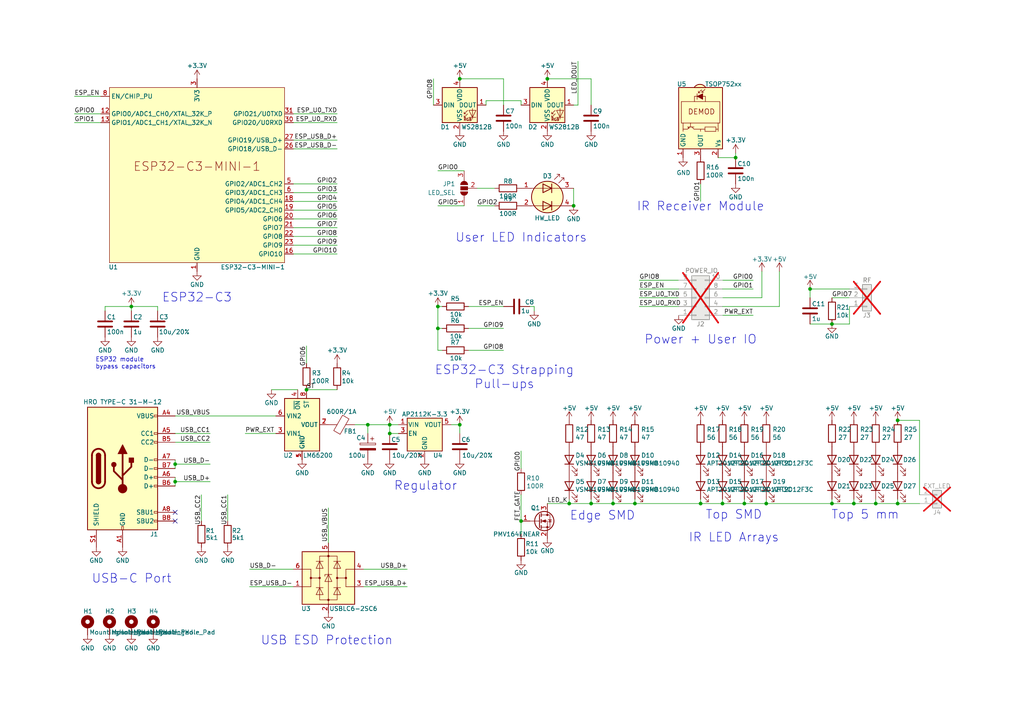
<source format=kicad_sch>
(kicad_sch (version 20231120) (generator "eeschema") (generator_version "8.0")
  (paper "A4")
  (junction (at 184.15 146.05))
  (junction (at 106.68 123.19))
  (junction (at 213.36 45.72))
  (junction (at 133.35 22.86))
  (junction (at 127 88.9))
  (junction (at 50.8 134.62))
  (junction (at 177.8 146.05))
  (junction (at 209.55 146.05))
  (junction (at 133.35 123.19))
  (junction (at 113.03 123.19))
  (junction (at 50.8 139.7))
  (junction (at 88.9 113.03))
  (junction (at 203.2 146.05))
  (junction (at 171.45 146.05))
  (junction (at 254 146.05))
  (junction (at 234.95 83.82))
  (junction (at 113.03 125.73))
  (junction (at 222.25 146.05))
  (junction (at 247.65 146.05))
  (junction (at 151.13 151.13))
  (junction (at 260.35 121.92))
  (junction (at 38.1 88.9))
  (junction (at 158.75 22.86))
  (junction (at 166.37 59.69))
  (junction (at 241.3 146.05))
  (junction (at 241.3 93.98))
  (junction (at 165.1 146.05))
  (junction (at 215.9 146.05))
  (junction (at 260.35 146.05))
  (junction (at 127 95.25))
  (no_connect (at 50.8 148.59))
  (no_connect (at 50.8 151.13))
  (wire (pts (xy 130.81 123.19) (xy 133.35 123.19)))
  (wire (pts (xy 115.57 123.19) (xy 113.03 123.19)))
  (wire (pts (xy 113.03 123.19) (xy 113.03 125.73)))
  (wire (pts (xy 125.73 22.86) (xy 125.73 30.48)))
  (wire (pts (xy 127 95.25) (xy 128.27 95.25)))
  (wire (pts (xy 85.09 40.64) (xy 97.79 40.64)))
  (wire (pts (xy 220.98 78.74) (xy 220.98 86.36)))
  (wire (pts (xy 133.35 123.19) (xy 133.35 125.73)))
  (wire (pts (xy 21.59 33.02) (xy 29.21 33.02)))
  (wire (pts (xy 151.13 143.51) (xy 151.13 151.13)))
  (wire (pts (xy 166.37 54.61) (xy 166.37 59.69)))
  (wire (pts (xy 85.09 33.02) (xy 97.79 33.02)))
  (wire (pts (xy 151.13 151.13) (xy 151.13 154.94)))
  (wire (pts (xy 260.35 146.05) (xy 254 146.05)))
  (wire (pts (xy 247.65 144.78) (xy 247.65 146.05)))
  (wire (pts (xy 50.8 133.35) (xy 50.8 134.62)))
  (wire (pts (xy 85.09 53.34) (xy 97.79 53.34)))
  (wire (pts (xy 50.8 120.65) (xy 80.01 120.65)))
  (wire (pts (xy 151.13 130.81) (xy 151.13 135.89)))
  (wire (pts (xy 260.35 146.05) (xy 266.7 146.05)))
  (wire (pts (xy 85.09 71.12) (xy 97.79 71.12)))
  (wire (pts (xy 171.45 30.48) (xy 171.45 22.86)))
  (wire (pts (xy 127 49.53) (xy 134.62 49.53)))
  (wire (pts (xy 85.09 66.04) (xy 97.79 66.04)))
  (wire (pts (xy 177.8 144.78) (xy 177.8 146.05)))
  (wire (pts (xy 50.8 128.27) (xy 60.96 128.27)))
  (wire (pts (xy 158.75 146.05) (xy 165.1 146.05)))
  (wire (pts (xy 209.55 83.82) (xy 218.44 83.82)))
  (wire (pts (xy 85.09 43.18) (xy 97.79 43.18)))
  (wire (pts (xy 222.25 146.05) (xy 241.3 146.05)))
  (wire (pts (xy 135.89 88.9) (xy 146.05 88.9)))
  (wire (pts (xy 140.97 29.21) (xy 151.13 29.21)))
  (wire (pts (xy 209.55 88.9) (xy 226.06 88.9)))
  (wire (pts (xy 184.15 144.78) (xy 184.15 146.05)))
  (wire (pts (xy 50.8 134.62) (xy 60.96 134.62)))
  (wire (pts (xy 88.9 113.03) (xy 97.79 113.03)))
  (wire (pts (xy 177.8 146.05) (xy 171.45 146.05)))
  (wire (pts (xy 85.09 68.58) (xy 97.79 68.58)))
  (wire (pts (xy 50.8 138.43) (xy 50.8 139.7)))
  (wire (pts (xy 254 144.78) (xy 254 146.05)))
  (wire (pts (xy 50.8 139.7) (xy 50.8 140.97)))
  (wire (pts (xy 208.28 45.72) (xy 213.36 45.72)))
  (wire (pts (xy 241.3 144.78) (xy 241.3 146.05)))
  (wire (pts (xy 234.95 93.98) (xy 241.3 93.98)))
  (wire (pts (xy 113.03 125.73) (xy 115.57 125.73)))
  (wire (pts (xy 151.13 29.21) (xy 151.13 30.48)))
  (wire (pts (xy 72.39 170.18) (xy 85.09 170.18)))
  (wire (pts (xy 50.8 139.7) (xy 60.96 139.7)))
  (wire (pts (xy 254 146.05) (xy 247.65 146.05)))
  (wire (pts (xy 167.6399 30.48) (xy 167.6399 17.78)))
  (wire (pts (xy 71.12 125.73) (xy 80.01 125.73)))
  (wire (pts (xy 246.38 83.82) (xy 234.95 83.82)))
  (wire (pts (xy 138.43 59.69) (xy 143.51 59.69)))
  (wire (pts (xy 226.06 78.74) (xy 226.06 88.9)))
  (wire (pts (xy 209.55 146.05) (xy 203.2 146.05)))
  (wire (pts (xy 85.09 63.5) (xy 97.79 63.5)))
  (wire (pts (xy 166.37 30.48) (xy 167.6399 30.48)))
  (wire (pts (xy 184.15 146.05) (xy 177.8 146.05)))
  (wire (pts (xy 45.72 90.17) (xy 45.72 88.9)))
  (wire (pts (xy 127 59.69) (xy 134.62 59.69)))
  (wire (pts (xy 105.41 165.1) (xy 118.11 165.1)))
  (wire (pts (xy 85.09 35.56) (xy 97.79 35.56)))
  (wire (pts (xy 106.68 123.19) (xy 102.87 123.19)))
  (wire (pts (xy 266.7 121.92) (xy 260.35 121.92)))
  (wire (pts (xy 171.45 146.05) (xy 165.1 146.05)))
  (wire (pts (xy 146.05 30.48) (xy 146.05 22.86)))
  (wire (pts (xy 21.59 35.56) (xy 29.21 35.56)))
  (wire (pts (xy 266.7 143.51) (xy 266.7 121.92)))
  (wire (pts (xy 247.65 146.05) (xy 241.3 146.05)))
  (wire (pts (xy 135.89 101.6) (xy 146.05 101.6)))
  (wire (pts (xy 66.04 143.51) (xy 66.04 151.13)))
  (wire (pts (xy 185.42 88.9) (xy 196.85 88.9)))
  (wire (pts (xy 203.2 144.78) (xy 203.2 146.05)))
  (wire (pts (xy 209.55 86.36) (xy 220.98 86.36)))
  (wire (pts (xy 135.89 95.25) (xy 146.05 95.25)))
  (wire (pts (xy 95.25 147.32) (xy 95.25 157.48)))
  (wire (pts (xy 215.9 144.78) (xy 215.9 146.05)))
  (wire (pts (xy 127 101.6) (xy 128.27 101.6)))
  (wire (pts (xy 203.2 53.34) (xy 203.2 58.42)))
  (wire (pts (xy 241.3 86.36) (xy 246.38 86.36)))
  (wire (pts (xy 222.25 144.78) (xy 222.25 146.05)))
  (wire (pts (xy 50.8 134.62) (xy 50.8 135.89)))
  (wire (pts (xy 105.41 170.18) (xy 118.11 170.18)))
  (wire (pts (xy 154.94 90.17) (xy 154.94 88.9)))
  (wire (pts (xy 215.9 146.05) (xy 209.55 146.05)))
  (wire (pts (xy 72.39 165.1) (xy 85.09 165.1)))
  (wire (pts (xy 138.43 54.61) (xy 143.51 54.61)))
  (wire (pts (xy 127 101.6) (xy 127 95.25)))
  (wire (pts (xy 146.05 22.86) (xy 133.35 22.86)))
  (wire (pts (xy 106.68 125.73) (xy 106.68 123.19)))
  (wire (pts (xy 246.38 93.98) (xy 241.3 93.98)))
  (wire (pts (xy 213.36 45.72) (xy 213.36 44.45)))
  (wire (pts (xy 85.09 58.42) (xy 97.79 58.42)))
  (wire (pts (xy 85.09 55.88) (xy 97.79 55.88)))
  (wire (pts (xy 58.42 143.51) (xy 58.42 151.13)))
  (wire (pts (xy 154.94 88.9) (xy 153.67 88.9)))
  (wire (pts (xy 171.45 22.86) (xy 158.75 22.86)))
  (wire (pts (xy 127 88.9) (xy 128.27 88.9)))
  (wire (pts (xy 184.15 146.05) (xy 203.2 146.05)))
  (wire (pts (xy 88.9 100.33) (xy 88.9 105.41)))
  (wire (pts (xy 185.42 81.28) (xy 196.85 81.28)))
  (wire (pts (xy 38.1 88.9) (xy 30.48 88.9)))
  (wire (pts (xy 85.09 60.96) (xy 97.79 60.96)))
  (wire (pts (xy 209.55 91.44) (xy 218.44 91.44)))
  (wire (pts (xy 222.25 146.05) (xy 215.9 146.05)))
  (wire (pts (xy 21.59 27.94) (xy 29.21 27.94)))
  (wire (pts (xy 234.95 83.82) (xy 234.95 86.36)))
  (wire (pts (xy 106.68 123.19) (xy 113.03 123.19)))
  (wire (pts (xy 78.74 113.03) (xy 86.36 113.03)))
  (wire (pts (xy 85.09 73.66) (xy 97.79 73.66)))
  (wire (pts (xy 30.48 88.9) (xy 30.48 90.17)))
  (wire (pts (xy 38.1 90.17) (xy 38.1 88.9)))
  (wire (pts (xy 246.38 88.9) (xy 246.38 93.98)))
  (wire (pts (xy 165.1 146.05) (xy 165.1 144.78)))
  (wire (pts (xy 185.42 83.82) (xy 196.85 83.82)))
  (wire (pts (xy 209.55 144.78) (xy 209.55 146.05)))
  (wire (pts (xy 209.55 81.28) (xy 218.44 81.28)))
  (wire (pts (xy 50.8 125.73) (xy 60.96 125.73)))
  (wire (pts (xy 260.35 144.78) (xy 260.35 146.05)))
  (wire (pts (xy 45.72 88.9) (xy 38.1 88.9)))
  (wire (pts (xy 185.42 86.36) (xy 196.85 86.36)))
  (wire (pts (xy 171.45 144.78) (xy 171.45 146.05)))
  (wire (pts (xy 127 88.9) (xy 127 95.25)))
  (wire (pts (xy 140.97 30.48) (xy 140.97 29.21)))
  (text "Top SMD" (at 212.852 150.876 0) (effects (font (size 2.54 2.54)) (justify bottom)))
  (text "Edge SMD" (at 174.752 151.13 0) (effects (font (size 2.54 2.54)) (justify bottom)))
  (text "User LED Indicators" (at 151.1547 70.5097 0) (effects (font (size 2.54 2.54)) (justify bottom)))
  (text "Power + User IO" (at 203.2 100.076 0) (effects (font (size 2.54 2.54)) (justify bottom)))
  (text "ESP32-C3" (at 57.15 87.884 0) (effects (font (size 2.54 2.54)) (justify bottom)))
  (text "USB-C Port" (at 26.543 169.418 0) (effects (font (size 2.54 2.54)) (justify left bottom)))
  (text "USB ESD Protection" (at 75.565 187.325 0) (effects (font (size 2.54 2.54)) (justify left bottom)))
  (text "Top 5 mm" (at 250.952 150.876 0) (effects (font (size 2.54 2.54)) (justify bottom)))
  (text "ESP32-C3 Strapping\nPull-ups" (at 146.304 113.03 0) (effects (font (size 2.54 2.54)) (justify bottom)))
  (text "IR Receiver Module" (at 203.2 61.468 0) (effects (font (size 2.54 2.54)) (justify bottom)))
  (text "IR LED Arrays" (at 212.852 157.48 0) (effects (font (size 2.54 2.54)) (justify bottom)))
  (text "Regulator" (at 123.444 142.494 0) (effects (font (size 2.54 2.54)) (justify bottom)))
  (text "ESP32 module\nbypass capacitors" (at 27.686 107.188 0) (effects (font (size 1.27 1.27)) (justify left bottom)))
  (label "GPIO6" (at 97.79 63.5 180))
  (label "ESP_USB_D+" (at 118.11 170.18 180))
  (label "ST" (at 88.9 113.03 0))
  (label "ESP_U0_TXD" (at 97.79 33.02 180))
  (label "USB_CC2" (at 58.42 143.51 270))
  (label "GPIO4" (at 97.79 58.42 180))
  (label "ESP_EN" (at 185.42 83.82 0))
  (label "GPIO7" (at 97.79 66.04 180))
  (label "GPIO5" (at 127 59.69 0))
  (label "GPIO1" (at 21.59 35.56 0))
  (label "GPIO2" (at 97.79 53.34 180))
  (label "GPIO0" (at 218.44 81.28 180))
  (label "GPIO0" (at 21.59 33.02 0))
  (label "USB_VBUS" (at 95.25 147.32 270))
  (label "ESP_EN" (at 146.05 88.9 180))
  (label "GPIO7" (at 241.3 86.36 0))
  (label "GPIO9" (at 97.79 71.12 180))
  (label "LED_DOUT" (at 167.6399 17.78 270))
  (label "USB_D-" (at 72.39 165.1 0))
  (label "GPIO8" (at 185.42 81.28 0))
  (label "GPIO2" (at 138.43 59.69 0))
  (label "USB_CC2" (at 60.96 128.27 180))
  (label "ESP_USB_D+" (at 97.79 40.64 180))
  (label "USB_D-" (at 60.96 134.62 180))
  (label "ESP_U0_RXD" (at 97.79 35.56 180))
  (label "LED_K" (at 158.75 146.05 0))
  (label "PWR_EXT" (at 218.44 91.44 180))
  (label "GPIO10" (at 97.79 73.66 180))
  (label "ESP_U0_RXD" (at 185.42 88.9 0))
  (label "USB_CC1" (at 66.04 143.51 270))
  (label "ESP_USB_D-" (at 97.79 43.18 180))
  (label "USB_CC1" (at 60.96 125.73 180))
  (label "GPIO6" (at 88.9 100.33 270))
  (label "GPIO1" (at 218.44 83.82 180))
  (label "USB_D+" (at 118.11 165.1 180))
  (label "ESP_U0_TXD" (at 185.42 86.36 0))
  (label "GPIO5" (at 97.79 60.96 180))
  (label "GPIO8" (at 97.79 68.58 180))
  (label "USB_D+" (at 60.96 139.7 180))
  (label "GPIO0" (at 151.13 130.81 270))
  (label "GPIO3" (at 97.79 55.88 180))
  (label "GPIO1" (at 203.2 58.42 90))
  (label "GPIO8" (at 125.73 22.86 270))
  (label "ESP_EN" (at 21.59 27.94 0))
  (label "GPIO9" (at 146.05 95.25 180))
  (label "GPIO0" (at 127 49.53 0))
  (label "USB_VBUS" (at 60.96 120.65 180))
  (label "GPIO8" (at 146.05 101.6 180))
  (label "FET_GATE" (at 151.13 151.13 90))
  (label "PWR_EXT" (at 71.12 125.73 0))
  (label "ESP_USB_D-" (at 72.39 170.18 0))
  (symbol (lib_id "power:+5V") (at 113.03 123.19 0) (unit 1)
    (property "Reference" "#PWR020" (effects (hide yes)))
    (property "Value" "+5V" (at 113.03 119.38 0))
  )
  (symbol (lib_id "Transistor_FET:2N7002") (at 156.21 151.13 0) (unit 1)
    (property "Reference" "Q1" (at 153.924 147.32 0) (effects (justify left)))
    (property "Value" "PMV164ENEAR" (at 143.002 154.94 0) (effects (justify left)))
    (property "Footprint" "Package_TO_SOT_SMD:SOT-23" (effects (hide yes)))
    (property "Datasheet" "https://assets.nexperia.com/documents/data-sheet/PMV164ENEA.pdf" (effects (hide yes)))
    (property "MPN1" "PMV164ENEAR " (effects (hide yes)))
  )
  (symbol (lib_id "power:+5V") (at 203.2 121.92 0) (unit 1)
    (property "Reference" "#PWR042" (effects (hide yes)))
    (property "Value" "+5V" (at 203.2 118.364 0))
  )
  (symbol (lib_id "power:GND") (at 158.75 156.21 0) (unit 1)
    (property "Reference" "#PWR033" (effects (hide yes)))
    (property "Value" "GND" (at 158.75 159.766 0))
  )
  (symbol (lib_id "Mechanical:MountingHole_Pad") (at 25.4 181.61 0) (unit 1)
    (property "Reference" "H1" (at 24.13 177.292 0) (effects (justify left)))
    (property "Value" "MountingHole_Pad" (at 25.908 183.388 0) (effects (justify left)))
    (property "Footprint" "MountingHole:MountingHole_2.5mm_Pad_Via" (effects (hide yes)))
    (property "Population" "DNF" (effects (hide yes)))
  )
  (symbol (lib_id "power:GND") (at 198.12 45.72 0) (unit 1)
    (property "Reference" "#PWR041" (effects (hide yes)))
    (property "Value" "GND" (at 198.247 50.1142 0))
  )
  (symbol (lib_id "Regulator_Linear:AP2112K-3.3") (at 123.19 125.73 0) (unit 1)
    (property "Reference" "U4" (at 127 132.08 0))
    (property "Value" "AP2112K-3.3" (at 123.19 120.142 0))
    (property "Footprint" "Package_TO_SOT_SMD:SOT-23-5" (effects (hide yes)))
    (property "Datasheet" "https://www.diodes.com/assets/Datasheets/AP2112.pdf" (effects (hide yes)))
    (property "MPN1" "AP2112K-3.3TRG1" (effects (hide yes)))
  )
  (symbol (lib_id "Pulse:WS2812B") (at 133.35 30.48 0) (unit 1)
    (property "Reference" "D1" (at 127.762 36.83 0) (effects (justify left)))
    (property "Value" "WS2812B" (at 142.748 36.83 0) (effects (justify right)))
    (property "Footprint" "LED_SMD:LED_WS2812B-2020_PLCC4_2.0x2.0mm" (effects (hide yes)))
    (property "Datasheet" "https://cdn-shop.adafruit.com/product-files/4684/4684_WS2812B-2020_V1.3_EN.pdf" (effects (hide yes)))
    (property "DesignRef" "User LED" (effects (hide yes)))
    (property "Manufacturer" "WorldSemi" (effects (hide yes)))
    (property "MPN1" "WS2812B-2020" (effects (hide yes)))
  )
  (symbol (lib_id "Device:C") (at 38.1 93.98 0) (unit 1)
    (property "Reference" "C2" (at 38.608 91.948 0) (effects (justify left)))
    (property "Value" "1u" (at 38.608 96.266 0) (effects (justify left)))
    (property "Footprint" "Capacitor_SMD:C_0402_1005Metric" (effects (hide yes)))
    (property "Manufacturer" "Yageo" (effects (hide yes)))
    (property "DesignRef" "Bypass" (effects (hide yes)))
    (property "MPN1" "CC0402KRX5R6BB105" (effects (hide yes)))
  )
  (symbol (lib_id "Device:R") (at 222.25 125.73 0) (unit 1)
    (property "Reference" "R20" (at 224.028 124.5616 0) (effects (justify left)))
    (property "Value" "56" (at 224.028 126.873 0) (effects (justify left)))
    (property "Footprint" "Resistor_SMD:R_0805_2012Metric" (effects (hide yes)))
    (property "MPN1" "RC0805JR-0756RL" (effects (hide yes)))
  )
  (symbol (lib_id "Device:R") (at 147.32 59.69 90) (unit 1)
    (property "Reference" "R9" (at 147.32 57.658 90))
    (property "Value" "100R" (at 147.32 61.976 90))
    (property "Footprint" "Resistor_SMD:R_0402_1005Metric" (effects (hide yes)))
    (property "Manufacturer" "Yageo" (effects (hide yes)))
    (property "MPN1" "RC0402JR-07100RL" (effects (hide yes)))
  )
  (symbol (lib_id "Device:LED") (at 247.65 133.35 90) (unit 1)
    (property "Reference" "D22" (at 249.174 133.35 90) (effects (justify right)))
    (property "Value" "CH1" (effects (hide yes)))
    (property "Footprint" "LED_THT:LED_D5.0mm" (effects (hide yes)))
    (property "MPN1" "LTE-4206" (effects (hide yes)))
  )
  (symbol (lib_id "power:+5V") (at 226.06 78.74 0) (unit 1)
    (property "Reference" "#PWR049" (effects (hide yes)))
    (property "Value" "+5V" (at 226.06 75.184 0))
  )
  (symbol (lib_id "kbxIrBlaster:TSOP752xx") (at 203.2 35.56 270) (unit 1)
    (property "Reference" "U5" (at 196.342 24.384 90) (effects (justify left)))
    (property "Value" "TSOP752xx" (at 204.47 24.384 90) (effects (justify left)))
    (property "Footprint" "kbxIrBlaster:Vishay_TSOP752_Horizontal" (effects (hide yes)))
    (property "Datasheet" "https://www.vishay.com/docs/82494/tsop752.pdf" (effects (hide yes)))
    (property "Description" "IR Receiver Modules for Remote Control Systems" (effects (hide yes)))
    (property "MPN1" "TSOP75238" (effects (hide yes)))
  )
  (symbol (lib_id "power:GND") (at 196.85 91.44 0) (unit 1)
    (property "Reference" "#PWR040" (effects (hide yes)))
    (property "Value" "GND" (at 196.85 95.25 0))
  )
  (symbol (lib_name "+3.3V_1") (lib_id "power:+3.3V") (at 220.98 78.74 0) (unit 1)
    (property "Reference" "#PWR047" (effects (hide yes)))
    (property "Value" "+3.3V" (at 220.98 75.184 0))
  )
  (symbol (lib_id "Device:C") (at 45.72 93.98 0) (unit 1)
    (property "Reference" "C3" (at 47.498 91.948 0))
    (property "Value" "10u/20%" (at 50.546 96.266 0))
    (property "Footprint" "Capacitor_SMD:C_0603_1608Metric" (effects (hide yes)))
    (property "Manufacturer" "Yageo" (effects (hide yes)))
    (property "DesignRef" "Bypass" (effects (hide yes)))
    (property "MPN1" "CC0603MRX5R6BB106" (effects (hide yes)))
  )
  (symbol (lib_id "Device:R") (at 241.3 125.73 0) (unit 1)
    (property "Reference" "R22" (at 243.078 124.5616 0) (effects (justify left)))
    (property "Value" "27" (at 243.078 126.873 0) (effects (justify left)))
    (property "Footprint" "Resistor_SMD:R_0805_2012Metric" (effects (hide yes)))
    (property "Description" "Resistor" (effects (hide yes)))
    (property "MPN1" "RC0805FR-0727RL" (effects (hide yes)))
  )
  (symbol (lib_id "Jumper:SolderJumper_3_Open") (at 134.62 54.61 90) (unit 1) (exclude_from_sim yes) (in_bom no)
    (property "Reference" "JP1" (at 132.08 53.3399 90) (effects (justify left)))
    (property "Value" "LED_SEL" (at 132.08 55.8799 90) (effects (justify left)))
    (property "Footprint" "Jumper:SolderJumper-3_P1.3mm_Open_RoundedPad1.0x1.5mm_NumberLabels" (effects (hide yes)))
    (property "Description" "Solder Jumper, 3-pole, open" (effects (hide yes)))
  )
  (symbol (lib_id "Mechanical:MountingHole_Pad") (at 31.75 181.61 0) (unit 1)
    (property "Reference" "H2" (at 30.48 177.292 0) (effects (justify left)))
    (property "Value" "MountingHole_Pad" (at 32.258 183.388 0) (effects (justify left)))
    (property "Footprint" "MountingHole:MountingHole_2.5mm_Pad_Via" (effects (hide yes)))
    (property "Population" "DNF" (effects (hide yes)))
  )
  (symbol (lib_id "Device:C") (at 30.48 93.98 0) (unit 1)
    (property "Reference" "C1" (at 30.988 91.948 0) (effects (justify left)))
    (property "Value" "100n" (at 30.988 96.266 0) (effects (justify left)))
    (property "Footprint" "Capacitor_SMD:C_0402_1005Metric" (effects (hide yes)))
    (property "Manufacturer" "Yageo" (effects (hide yes)))
    (property "DesignRef" "Bypass" (effects (hide yes)))
    (property "MPN1" "CC0402KRX5R6BB104" (effects (hide yes)))
  )
  (symbol (lib_id "Device:LED") (at 215.9 133.35 90) (unit 1)
    (property "Reference" "D16" (at 217.678 132.08 90) (effects (justify right)))
    (property "Value" "APT2012F3C" (at 217.678 134.366 90) (effects (justify right)))
    (property "Footprint" "LED_SMD:LED_0805_2012Metric" (effects (hide yes)))
    (property "Datasheet" "https://www.kingbrightusa.com/images/catalog/spec/apt2012f3c.pdf" (effects (hide yes)))
    (property "Description" "Light emitting diode" (effects (hide yes)))
    (property "MPN1" "APT2012F3C" (effects (hide yes)))
  )
  (symbol (lib_id "Device:LED") (at 171.45 133.35 90) (unit 1)
    (property "Reference" "D6" (at 173.228 132.08 90) (effects (justify right)))
    (property "Value" "VSMB10940" (at 173.228 134.366 90) (effects (justify right)))
    (property "Footprint" "LED_SMD:LED_Kingbright_KPA-3010_3x2x1mm" (effects (hide yes)))
    (property "Datasheet" "https://www.vishay.com/docs/84170/vsmb10940.pdf" (effects (hide yes)))
    (property "Description" "Light emitting diode" (effects (hide yes)))
    (property "MPN1" "VSMB10940" (effects (hide yes)))
  )
  (symbol (lib_id "power:GND") (at 45.72 97.79 0) (unit 1)
    (property "Reference" "#PWR010" (effects (hide yes)))
    (property "Value" "GND" (at 45.72 101.6 0))
  )
  (symbol (lib_name "+3.3V_1") (lib_id "power:+3.3V") (at 57.15 22.86 0) (unit 1)
    (property "Reference" "#PWR011" (effects (hide yes)))
    (property "Value" "+3.3V" (at 57.15 19.05 0))
  )
  (symbol (lib_id "power:+5V") (at 241.3 121.92 0) (unit 1)
    (property "Reference" "#PWR052" (effects (hide yes)))
    (property "Value" "+5V" (at 241.3 118.364 0))
  )
  (symbol (lib_id "Device:C") (at 234.95 90.17 0) (unit 1)
    (property "Reference" "C11" (at 235.458 88.138 0) (effects (justify left)))
    (property "Value" "1u" (at 235.458 92.456 0) (effects (justify left)))
    (property "Footprint" "Capacitor_SMD:C_0402_1005Metric" (effects (hide yes)))
    (property "Manufacturer" "Yageo" (effects (hide yes)))
    (property "DesignRef" "Bypass" (effects (hide yes)))
    (property "MPN1" "CC0402KRX5R6BB105" (effects (hide yes)))
  )
  (symbol (lib_id "Device:LED") (at 203.2 140.97 90) (unit 1)
    (property "Reference" "D13" (at 204.978 139.7 90) (effects (justify right)))
    (property "Value" "APT2012F3C" (at 204.978 141.986 90) (effects (justify right)))
    (property "Footprint" "LED_SMD:LED_0805_2012Metric" (effects (hide yes)))
    (property "Datasheet" "https://www.kingbrightusa.com/images/catalog/spec/apt2012f3c.pdf" (effects (hide yes)))
    (property "Description" "Light emitting diode" (effects (hide yes)))
    (property "MPN1" "APT2012F3C" (effects (hide yes)))
  )
  (symbol (lib_id "Device:R") (at 247.65 125.73 0) (unit 1)
    (property "Reference" "R23" (at 249.428 124.5616 0) (effects (justify left)))
    (property "Value" "27" (at 249.428 126.873 0) (effects (justify left)))
    (property "Footprint" "Resistor_SMD:R_0805_2012Metric" (effects (hide yes)))
    (property "Description" "Resistor" (effects (hide yes)))
    (property "MPN1" "RC0805FR-0727RL" (effects (hide yes)))
  )
  (symbol (lib_id "Device:R") (at 209.55 125.73 0) (unit 1)
    (property "Reference" "R18" (at 211.328 124.5616 0) (effects (justify left)))
    (property "Value" "56" (at 211.328 126.873 0) (effects (justify left)))
    (property "Footprint" "Resistor_SMD:R_0805_2012Metric" (effects (hide yes)))
    (property "MPN1" "RC0805JR-0756RL" (effects (hide yes)))
  )
  (symbol (lib_id "Device:LED") (at 254 140.97 90) (unit 1)
    (property "Reference" "D25" (at 255.524 140.97 90) (effects (justify right)))
    (property "Value" "CH1" (effects (hide yes)))
    (property "Footprint" "LED_THT:LED_D5.0mm" (effects (hide yes)))
    (property "MPN1" "LTE-4206" (effects (hide yes)))
  )
  (symbol (lib_id "Device:LED") (at 247.65 140.97 90) (unit 1)
    (property "Reference" "D23" (at 249.174 140.97 90) (effects (justify right)))
    (property "Value" "CH1" (effects (hide yes)))
    (property "Footprint" "LED_THT:LED_D5.0mm" (effects (hide yes)))
    (property "MPN1" "LTE-4206" (effects (hide yes)))
  )
  (symbol (lib_id "power:GND") (at 151.13 162.56 0) (unit 1)
    (property "Reference" "#PWR029" (effects (hide yes)))
    (property "Value" "GND" (at 151.13 166.116 0))
  )
  (symbol (lib_id "Device:R") (at 147.32 54.61 90) (unit 1)
    (property "Reference" "R8" (at 147.32 52.578 90))
    (property "Value" "100R" (at 147.32 56.896 90))
    (property "Footprint" "Resistor_SMD:R_0402_1005Metric" (effects (hide yes)))
    (property "Manufacturer" "Yageo" (effects (hide yes)))
    (property "MPN1" "RC0402JR-07100RL" (effects (hide yes)))
  )
  (symbol (lib_id "Device:LED") (at 165.1 140.97 90) (unit 1)
    (property "Reference" "D5" (at 166.878 139.7 90) (effects (justify right)))
    (property "Value" "VSMB10940" (at 166.878 141.986 90) (effects (justify right)))
    (property "Footprint" "LED_SMD:LED_Kingbright_KPA-3010_3x2x1mm" (effects (hide yes)))
    (property "Datasheet" "https://www.vishay.com/docs/84170/vsmb10940.pdf" (effects (hide yes)))
    (property "Description" "Light emitting diode" (effects (hide yes)))
    (property "MPN1" "VSMB10940" (effects (hide yes)))
  )
  (symbol (lib_id "Device:C") (at 113.03 129.54 0) (unit 1)
    (property "Reference" "C5" (at 114.808 127.508 0))
    (property "Value" "10u/20%" (at 113.665 132.08 0) (effects (justify left)))
    (property "Footprint" "Capacitor_SMD:C_0603_1608Metric" (effects (hide yes)))
    (property "Manufacturer" "Yageo" (effects (hide yes)))
    (property "DesignRef" "Bypass" (effects (hide yes)))
    (property "MPN1" "CC0603MRX5R6BB106" (effects (hide yes)))
  )
  (symbol (lib_id "Device:R") (at 66.04 154.94 0) (unit 1)
    (property "Reference" "R2" (at 68.58 153.924 0))
    (property "Value" "5k1" (at 69.088 155.956 0))
    (property "Footprint" "Resistor_SMD:R_0402_1005Metric" (effects (hide yes)))
    (property "Manufacturer" "Yageo" (effects (hide yes)))
    (property "DesignRef" "USB-C CC line pull resistors" (effects (hide yes)))
    (property "MPN1" "RC0402JR-075K1L" (effects (hide yes)))
  )
  (symbol (lib_id "power:+5V") (at 184.15 121.92 0) (unit 1)
    (property "Reference" "#PWR039" (effects (hide yes)))
    (property "Value" "+5V" (at 184.15 118.364 0))
  )
  (symbol (lib_id "Device:R") (at 203.2 49.53 0) (unit 1)
    (property "Reference" "R16" (at 204.724 48.514 0) (effects (justify left)))
    (property "Value" "100R" (at 204.724 50.8 0) (effects (justify left)))
    (property "Footprint" "Resistor_SMD:R_0402_1005Metric" (effects (hide yes)))
    (property "Manufacturer" "Yageo" (effects (hide yes)))
    (property "MPN1" "RC0402JR-07100RL" (effects (hide yes)))
  )
  (symbol (lib_id "power:+5V") (at 158.75 22.86 0) (unit 1)
    (property "Reference" "#PWR031" (effects (hide yes)))
    (property "Value" "+5V" (at 158.75 19.05 0))
  )
  (symbol (lib_id "Device:R") (at 97.79 109.22 0) (unit 1)
    (property "Reference" "R4" (at 99.06 108.204 0) (effects (justify left)))
    (property "Value" "10k" (at 99.06 110.49 0) (effects (justify left)))
    (property "Footprint" "Resistor_SMD:R_0402_1005Metric" (effects (hide yes)))
    (property "Manufacturer" "Yageo" (effects (hide yes)))
    (property "DesignRef" "Pull-up" (effects (hide yes)))
    (property "MPN1" "RC0402JR-0710KL" (effects (hide yes)))
  )
  (symbol (lib_id "power:GND") (at 106.68 133.35 0) (unit 1)
    (property "Reference" "#PWR019" (effects (hide yes)))
    (property "Value" "GND" (at 106.68 137.16 0))
  )
  (symbol (lib_name "+3.3V_1") (lib_id "power:+3.3V") (at 133.35 123.19 0) (unit 1)
    (property "Reference" "#PWR026" (effects (hide yes)))
    (property "Value" "+3.3V" (at 133.35 119.38 0))
  )
  (symbol (lib_id "Device:FerriteBead") (at 99.06 123.19 90) (unit 1)
    (property "Reference" "FB1" (at 101.6 125.095 90))
    (property "Value" "600R/1A" (at 99.06 119.38 90))
    (property "Footprint" "Inductor_SMD:L_0603_1608Metric" (effects (hide yes)))
    (property "Manufacturer" "TDK" (effects (hide yes)))
    (property "DesignRef" "EMI" (effects (hide yes)))
    (property "MPN1" "MPZ1608S601ATA00" (effects (hide yes)))
  )
  (symbol (lib_id "Device:R") (at 184.15 125.73 0) (unit 1)
    (property "Reference" "R15" (at 185.928 124.5616 0) (effects (justify left)))
    (property "Value" "47" (at 185.928 126.873 0) (effects (justify left)))
    (property "Footprint" "Resistor_SMD:R_0805_2012Metric" (effects (hide yes)))
    (property "MPN1" "RC0805JR-0747RL " (effects (hide yes)))
  )
  (symbol (lib_id "power:GND") (at 25.4 184.15 0) (unit 1)
    (property "Reference" "#PWR01" (effects (hide yes)))
    (property "Value" "GND" (at 25.4 187.96 0))
  )
  (symbol (lib_id "Mechanical:MountingHole_Pad") (at 38.1 181.61 0) (unit 1)
    (property "Reference" "H3" (at 36.83 177.292 0) (effects (justify left)))
    (property "Value" "MountingHole_Pad" (at 38.608 183.388 0) (effects (justify left)))
    (property "Footprint" "MountingHole:MountingHole_2.5mm_Pad_Via" (effects (hide yes)))
    (property "Population" "DNF" (effects (hide yes)))
  )
  (symbol (lib_id "Connector_Generic:Conn_01x03") (at 251.46 86.36 0) (mirror x) (unit 1) (dnp yes)
    (property "Reference" "J3" (at 250.19 91.44 0) (effects (justify left)))
    (property "Value" "RF" (at 250.19 81.28 0) (effects (justify left)))
    (property "Footprint" "Connector_PinSocket_2.54mm:PinSocket_1x03_P2.54mm_Vertical" (effects (hide yes)))
    (property "Description" "Generic connector, single row, 01x03, script generated (kicad-library-utils/schlib/autogen/connector/)" (effects (hide yes)))
    (property "Population" "DNF" (effects (hide yes)))
  )
  (symbol (lib_id "power:GND") (at 78.74 113.03 0) (unit 1)
    (property "Reference" "#PWR015" (effects (hide yes)))
    (property "Value" "GND" (at 78.74 116.84 0))
  )
  (symbol (lib_id "power:+5V") (at 133.35 22.86 0) (unit 1)
    (property "Reference" "#PWR024" (effects (hide yes)))
    (property "Value" "+5V" (at 133.35 19.05 0))
  )
  (symbol (lib_id "Device:R") (at 132.08 101.6 270) (unit 1)
    (property "Reference" "R7" (at 133.35 99.314 90) (effects (justify right)))
    (property "Value" "10k" (at 134.112 103.886 90) (effects (justify right)))
    (property "Footprint" "Resistor_SMD:R_0402_1005Metric" (effects (hide yes)))
    (property "Manufacturer" "Yageo" (effects (hide yes)))
    (property "DesignRef" "Pull-up" (effects (hide yes)))
    (property "MPN1" "RC0402JR-0710KL" (effects (hide yes)))
  )
  (symbol (lib_id "power:+5V") (at 254 121.92 0) (unit 1)
    (property "Reference" "#PWR054" (effects (hide yes)))
    (property "Value" "+5V" (at 254 118.364 0))
  )
  (symbol (lib_id "Device:LED") (at 222.25 133.35 90) (unit 1)
    (property "Reference" "D18" (at 224.028 132.08 90) (effects (justify right)))
    (property "Value" "APT2012F3C" (at 224.028 134.366 90) (effects (justify right)))
    (property "Footprint" "LED_SMD:LED_0805_2012Metric" (effects (hide yes)))
    (property "Datasheet" "https://www.kingbrightusa.com/images/catalog/spec/apt2012f3c.pdf" (effects (hide yes)))
    (property "Description" "Light emitting diode" (effects (hide yes)))
    (property "MPN1" "APT2012F3C" (effects (hide yes)))
  )
  (symbol (lib_id "Device:R") (at 215.9 125.73 0) (unit 1)
    (property "Reference" "R19" (at 217.678 124.5616 0) (effects (justify left)))
    (property "Value" "56" (at 217.678 126.873 0) (effects (justify left)))
    (property "Footprint" "Resistor_SMD:R_0805_2012Metric" (effects (hide yes)))
    (property "MPN1" "RC0805JR-0756RL" (effects (hide yes)))
  )
  (symbol (lib_id "Device:R") (at 260.35 125.73 0) (unit 1)
    (property "Reference" "R25" (at 262.128 124.5616 0) (effects (justify left)))
    (property "Value" "27" (at 262.128 126.873 0) (effects (justify left)))
    (property "Footprint" "Resistor_SMD:R_0805_2012Metric" (effects (hide yes)))
    (property "Description" "Resistor" (effects (hide yes)))
    (property "MPN1" "RC0805FR-0727RL" (effects (hide yes)))
  )
  (symbol (lib_id "Device:LED") (at 254 133.35 90) (unit 1)
    (property "Reference" "D24" (at 255.524 133.35 90) (effects (justify right)))
    (property "Value" "CH1" (effects (hide yes)))
    (property "Footprint" "LED_THT:LED_D5.0mm" (effects (hide yes)))
    (property "MPN1" "LTE-4206" (effects (hide yes)))
  )
  (symbol (lib_id "Device:LED") (at 241.3 133.35 90) (unit 1)
    (property "Reference" "D20" (at 242.824 133.35 90) (effects (justify right)))
    (property "Value" "CH1" (effects (hide yes)))
    (property "Footprint" "LED_THT:LED_D5.0mm" (effects (hide yes)))
    (property "MPN1" "LTE-4206" (effects (hide yes)))
  )
  (symbol (lib_id "Device:LED") (at 177.8 140.97 90) (unit 1)
    (property "Reference" "D9" (at 179.578 139.7 90) (effects (justify right)))
    (property "Value" "VSMB10940" (at 179.578 141.986 90) (effects (justify right)))
    (property "Footprint" "LED_SMD:LED_Kingbright_KPA-3010_3x2x1mm" (effects (hide yes)))
    (property "Datasheet" "https://www.vishay.com/docs/84170/vsmb10940.pdf" (effects (hide yes)))
    (property "Description" "Light emitting diode" (effects (hide yes)))
    (property "MPN1" "VSMB10940" (effects (hide yes)))
  )
  (symbol (lib_id "Device:R") (at 171.45 125.73 0) (unit 1)
    (property "Reference" "R13" (at 173.228 124.5616 0) (effects (justify left)))
    (property "Value" "47" (at 173.228 126.873 0) (effects (justify left)))
    (property "Footprint" "Resistor_SMD:R_0805_2012Metric" (effects (hide yes)))
    (property "MPN1" "RC0805JR-0747RL " (effects (hide yes)))
  )
  (symbol (lib_id "Device:C") (at 149.86 88.9 90) (unit 1)
    (property "Reference" "C8" (at 154.94 87.63 90) (effects (justify left)))
    (property "Value" "1u" (at 153.67 90.17 90) (effects (justify left)))
    (property "Footprint" "Capacitor_SMD:C_0402_1005Metric" (effects (hide yes)))
    (property "Manufacturer" "Yageo" (effects (hide yes)))
    (property "DesignRef" "Debounce" (effects (hide yes)))
    (property "MPN1" "CC0402KRX5R6BB105" (effects (hide yes)))
  )
  (symbol (lib_id "power:GND") (at 44.45 184.15 0) (unit 1)
    (property "Reference" "#PWR09" (effects (hide yes)))
    (property "Value" "GND" (at 44.45 187.96 0))
  )
  (symbol (lib_id "Device:R") (at 151.13 139.7 0) (unit 1)
    (property "Reference" "R10" (at 152.654 138.684 0) (effects (justify left)))
    (property "Value" "100R" (at 152.654 140.97 0) (effects (justify left)))
    (property "Footprint" "Resistor_SMD:R_0402_1005Metric" (effects (hide yes)))
    (property "Manufacturer" "Yageo" (effects (hide yes)))
    (property "MPN1" "RC0402JR-07100RL" (effects (hide yes)))
  )
  (symbol (lib_id "power:GND") (at 38.1 184.15 0) (unit 1)
    (property "Reference" "#PWR08" (effects (hide yes)))
    (property "Value" "GND" (at 38.1 187.96 0))
  )
  (symbol (lib_id "Connector:USB_C_Receptacle_USB2.0") (at 35.56 135.89 0) (unit 1)
    (property "Reference" "J1" (at 44.704 154.94 0))
    (property "Value" "HRO TYPE-C 31-M-12" (at 35.56 116.586 0))
    (property "Footprint" "Connector_USB:USB_C_Receptacle_HRO_TYPE-C-31-M-12" (effects (hide yes)))
    (property "Datasheet" "https://www.usb.org/sites/default/files/documents/usb_type-c.zip" (effects (hide yes)))
    (property "Manufacturer" "Korean Hroparts Elec" (effects (hide yes)))
    (property "DesignRef" "USB in" (effects (hide yes)))
    (property "MPN1" "HRO TYPE-C 31-M-12" (effects (hide yes)))
  )
  (symbol (lib_id "Device:R") (at 241.3 90.17 0) (unit 1)
    (property "Reference" "R21" (at 242.57 89.154 0) (effects (justify left)))
    (property "Value" "10k" (at 242.57 91.44 0) (effects (justify left)))
    (property "Footprint" "Resistor_SMD:R_0402_1005Metric" (effects (hide yes)))
    (property "Manufacturer" "Yageo" (effects (hide yes)))
    (property "DesignRef" "Pull-up" (effects (hide yes)))
    (property "MPN1" "RC0402JR-0710KL" (effects (hide yes)))
  )
  (symbol (lib_id "Connector_Generic:Conn_01x02") (at 271.78 146.05 0) (mirror x) (unit 1) (dnp yes)
    (property "Reference" "J4" (at 271.78 148.59 0))
    (property "Value" "EXT_LED" (at 271.78 140.97 0))
    (property "Footprint" "Connector_PinSocket_2.54mm:PinSocket_1x02_P2.54mm_Vertical" (effects (hide yes)))
    (property "Description" "Generic connector, single row, 01x02, script generated (kicad-library-utils/schlib/autogen/connector/)" (effects (hide yes)))
    (property "Population" "DNF" (effects (hide yes)))
  )
  (symbol (lib_id "Device:CP") (at 106.68 129.54 0) (mirror y) (unit 1)
    (property "Reference" "C4" (at 106.045 127 0) (effects (justify left)))
    (property "Value" "100u" (at 106.045 132.08 0) (effects (justify left)))
    (property "Footprint" "Capacitor_SMD:CP_Elec_5x5.4" (effects (hide yes)))
    (property "Datasheet" "https://www.cde.com/resources/catalogs/AFK.pdf" (effects (hide yes)))
    (property "MPN1" "UWR1A101MCL1GB" (effects (hide yes)))
    (property "DesignRef" "Bulk" (effects (hide yes)))
    (property "Manufacturer" "CDE" (effects (hide yes)))
  )
  (symbol (lib_id "Device:LED") (at 177.8 133.35 90) (unit 1)
    (property "Reference" "D8" (at 179.578 132.08 90) (effects (justify right)))
    (property "Value" "VSMB10940" (at 179.578 134.366 90) (effects (justify right)))
    (property "Footprint" "LED_SMD:LED_Kingbright_KPA-3010_3x2x1mm" (effects (hide yes)))
    (property "Datasheet" "https://www.vishay.com/docs/84170/vsmb10940.pdf" (effects (hide yes)))
    (property "Description" "Light emitting diode" (effects (hide yes)))
    (property "MPN1" "VSMB10940" (effects (hide yes)))
  )
  (symbol (lib_id "Device:LED") (at 260.35 140.97 90) (unit 1)
    (property "Reference" "D27" (at 261.874 140.97 90) (effects (justify right)))
    (property "Value" "CH1" (effects (hide yes)))
    (property "Footprint" "LED_THT:LED_D5.0mm" (effects (hide yes)))
    (property "MPN1" "LTE-4206" (effects (hide yes)))
  )
  (symbol (lib_id "Device:LED") (at 260.35 133.35 90) (unit 1)
    (property "Reference" "D26" (at 261.874 133.35 90) (effects (justify right)))
    (property "Value" "CH1" (effects (hide yes)))
    (property "Footprint" "LED_THT:LED_D5.0mm" (effects (hide yes)))
    (property "MPN1" "LTE-4206" (effects (hide yes)))
  )
  (symbol (lib_id "Device:LED_Dual_AAKK") (at 158.75 57.15 0) (unit 1)
    (property "Reference" "D3" (at 158.75 51.054 0))
    (property "Value" "HW_LED" (at 158.75 63.246 0))
    (property "Footprint" "LED_SMD:LED_Cree-PLCC4_3.2x2.8mm_CCW" (effects (hide yes)))
    (property "Description" "Dual LED, cathodes on pins 3 and 4" (effects (hide yes)))
    (property "MPN1" "APB3227SURKZGC" (effects (hide yes)))
  )
  (symbol (lib_id "Device:LED") (at 184.15 133.35 90) (unit 1)
    (property "Reference" "D10" (at 185.928 132.08 90) (effects (justify right)))
    (property "Value" "VSMB10940" (at 185.928 134.366 90) (effects (justify right)))
    (property "Footprint" "LED_SMD:LED_Kingbright_KPA-3010_3x2x1mm" (effects (hide yes)))
    (property "Datasheet" "https://www.vishay.com/docs/84170/vsmb10940.pdf" (effects (hide yes)))
    (property "Description" "Light emitting diode" (effects (hide yes)))
    (property "MPN1" "VSMB10940" (effects (hide yes)))
  )
  (symbol (lib_name "+3.3V_1") (lib_id "power:+3.3V") (at 38.1 88.9 0) (unit 1)
    (property "Reference" "#PWR06" (effects (hide yes)))
    (property "Value" "+3.3V" (at 38.1 85.09 0))
  )
  (symbol (lib_id "Device:R") (at 254 125.73 0) (unit 1)
    (property "Reference" "R24" (at 255.778 124.5616 0) (effects (justify left)))
    (property "Value" "27" (at 255.778 126.873 0) (effects (justify left)))
    (property "Footprint" "Resistor_SMD:R_0805_2012Metric" (effects (hide yes)))
    (property "Description" "Resistor" (effects (hide yes)))
    (property "MPN1" "RC0805FR-0727RL" (effects (hide yes)))
  )
  (symbol (lib_id "Device:R") (at 132.08 95.25 270) (unit 1)
    (property "Reference" "R6" (at 133.35 92.964 90) (effects (justify right)))
    (property "Value" "10k" (at 134.112 97.536 90) (effects (justify right)))
    (property "Footprint" "Resistor_SMD:R_0402_1005Metric" (effects (hide yes)))
    (property "Manufacturer" "Yageo" (effects (hide yes)))
    (property "DesignRef" "Pull-up" (effects (hide yes)))
    (property "MPN1" "RC0402JR-0710KL" (effects (hide yes)))
  )
  (symbol (lib_id "power:GND") (at 27.94 158.75 0) (unit 1)
    (property "Reference" "#PWR02" (effects (hide yes)))
    (property "Value" "GND" (at 27.94 162.56 0))
  )
  (symbol (lib_id "power:GND") (at 154.94 90.17 0) (unit 1)
    (property "Reference" "#PWR030" (effects (hide yes)))
    (property "Value" "GND" (at 154.94 93.98 0))
  )
  (symbol (lib_id "power:GND") (at 87.63 133.35 0) (unit 1)
    (property "Reference" "#PWR016" (effects (hide yes)))
    (property "Value" "GND" (at 87.63 137.16 0))
  )
  (symbol (lib_id "power:GND") (at 66.04 158.75 0) (unit 1)
    (property "Reference" "#PWR014" (effects (hide yes)))
    (property "Value" "GND" (at 66.04 162.56 0))
  )
  (symbol (lib_id "Device:R") (at 165.1 125.73 0) (unit 1)
    (property "Reference" "R12" (at 166.878 124.5616 0) (effects (justify left)))
    (property "Value" "47" (at 166.878 126.873 0) (effects (justify left)))
    (property "Footprint" "Resistor_SMD:R_0805_2012Metric" (effects (hide yes)))
    (property "MPN1" "RC0805JR-0747RL " (effects (hide yes)))
  )
  (symbol (lib_id "power:GND") (at 95.25 177.8 0) (unit 1)
    (property "Reference" "#PWR017" (effects (hide yes)))
    (property "Value" "GND" (at 95.25 181.61 0))
  )
  (symbol (lib_id "power:GND") (at 166.37 59.69 0) (unit 1)
    (property "Reference" "#PWR035" (effects (hide yes)))
    (property "Value" "GND" (at 166.37 63.5 0))
  )
  (symbol (lib_id "power:+5V") (at 260.35 121.92 0) (unit 1)
    (property "Reference" "#PWR055" (effects (hide yes)))
    (property "Value" "+5V" (at 260.35 118.364 0))
  )
  (symbol (lib_id "power:GND") (at 38.1 97.79 0) (unit 1)
    (property "Reference" "#PWR07" (effects (hide yes)))
    (property "Value" "GND" (at 38.1 101.6 0))
  )
  (symbol (lib_id "Device:C") (at 213.36 49.53 0) (unit 1)
    (property "Reference" "C10" (at 213.868 47.498 0) (effects (justify left)))
    (property "Value" "100n" (at 213.868 51.816 0) (effects (justify left)))
    (property "Footprint" "Capacitor_SMD:C_0402_1005Metric" (effects (hide yes)))
    (property "Manufacturer" "Yageo" (effects (hide yes)))
    (property "DesignRef" "Bypass" (effects (hide yes)))
    (property "MPN1" "CC0402KRX5R6BB104" (effects (hide yes)))
  )
  (symbol (lib_id "Device:R") (at 88.9 109.22 0) (unit 1)
    (property "Reference" "R3" (at 90.424 108.204 0) (effects (justify left)))
    (property "Value" "100R" (at 90.424 110.49 0) (effects (justify left)))
    (property "Footprint" "Resistor_SMD:R_0402_1005Metric" (effects (hide yes)))
    (property "Manufacturer" "Yageo" (effects (hide yes)))
    (property "MPN1" "RC0402JR-07100RL" (effects (hide yes)))
  )
  (symbol (lib_id "power:+5V") (at 222.25 121.92 0) (unit 1)
    (property "Reference" "#PWR048" (effects (hide yes)))
    (property "Value" "+5V" (at 222.25 118.364 0))
  )
  (symbol (lib_id "Device:LED") (at 222.25 140.97 90) (unit 1)
    (property "Reference" "D19" (at 224.028 139.7 90) (effects (justify right)))
    (property "Value" "APT2012F3C" (at 224.028 141.986 90) (effects (justify right)))
    (property "Footprint" "LED_SMD:LED_0805_2012Metric" (effects (hide yes)))
    (property "Datasheet" "https://www.kingbrightusa.com/images/catalog/spec/apt2012f3c.pdf" (effects (hide yes)))
    (property "Description" "Light emitting diode" (effects (hide yes)))
    (property "MPN1" "APT2012F3C" (effects (hide yes)))
  )
  (symbol (lib_id "power:+5V") (at 247.65 121.92 0) (unit 1)
    (property "Reference" "#PWR053" (effects (hide yes)))
    (property "Value" "+5V" (at 247.65 118.364 0))
  )
  (symbol (lib_id "Device:R") (at 203.2 125.73 0) (unit 1)
    (property "Reference" "R17" (at 204.978 124.5616 0) (effects (justify left)))
    (property "Value" "56" (at 204.978 126.873 0) (effects (justify left)))
    (property "Footprint" "Resistor_SMD:R_0805_2012Metric" (effects (hide yes)))
    (property "MPN1" "RC0805JR-0756RL" (effects (hide yes)))
  )
  (symbol (lib_id "Device:R") (at 177.8 125.73 0) (unit 1)
    (property "Reference" "R14" (at 179.578 124.5616 0) (effects (justify left)))
    (property "Value" "47" (at 179.578 126.873 0) (effects (justify left)))
    (property "Footprint" "Resistor_SMD:R_0805_2012Metric" (effects (hide yes)))
    (property "MPN1" "RC0805JR-0747RL " (effects (hide yes)))
  )
  (symbol (lib_id "Device:LED") (at 184.15 140.97 90) (unit 1)
    (property "Reference" "D11" (at 185.928 139.7 90) (effects (justify right)))
    (property "Value" "VSMB10940" (at 185.928 141.986 90) (effects (justify right)))
    (property "Footprint" "LED_SMD:LED_Kingbright_KPA-3010_3x2x1mm" (effects (hide yes)))
    (property "Datasheet" "https://www.vishay.com/docs/84170/vsmb10940.pdf" (effects (hide yes)))
    (property "Description" "Light emitting diode" (effects (hide yes)))
    (property "MPN1" "VSMB10940" (effects (hide yes)))
  )
  (symbol (lib_id "kbxIrBlaster:LM66200") (at 87.63 123.19 0) (unit 1)
    (property "Reference" "U2" (at 83.566 132.08 0))
    (property "Value" "LM66200" (at 92.202 132.08 0))
    (property "Footprint" "Package_TO_SOT_SMD:SOT-583-8" (effects (hide yes)))
    (property "Datasheet" "https://www.ti.com/lit/ds/symlink/lm66200.pdf" (effects (hide yes)))
    (property "Description" "High side OR-ing FET controller, 5V to 75V operation, TSOT-23-6" (effects (hide yes)))
    (property "MPN1" "LM66200" (effects (hide yes)))
  )
  (symbol (lib_id "power:+5V") (at 215.9 121.92 0) (unit 1)
    (property "Reference" "#PWR046" (effects (hide yes)))
    (property "Value" "+5V" (at 215.9 118.364 0))
  )
  (symbol (lib_id "power:+5V") (at 171.45 121.92 0) (unit 1)
    (property "Reference" "#PWR037" (effects (hide yes)))
    (property "Value" "+5V" (at 171.45 118.364 0))
  )
  (symbol (lib_id "Device:LED") (at 209.55 140.97 90) (unit 1)
    (property "Reference" "D15" (at 211.328 139.7 90) (effects (justify right)))
    (property "Value" "APT2012F3C" (at 211.328 141.986 90) (effects (justify right)))
    (property "Footprint" "LED_SMD:LED_0805_2012Metric" (effects (hide yes)))
    (property "Datasheet" "https://www.kingbrightusa.com/images/catalog/spec/apt2012f3c.pdf" (effects (hide yes)))
    (property "Description" "Light emitting diode" (effects (hide yes)))
    (property "MPN1" "APT2012F3C" (effects (hide yes)))
  )
  (symbol (lib_id "power:GND") (at 241.3 93.98 0) (unit 1)
    (property "Reference" "#PWR051" (effects (hide yes)))
    (property "Value" "GND" (at 241.3 97.536 0))
  )
  (symbol (lib_id "power:+5V") (at 234.95 83.82 0) (unit 1)
    (property "Reference" "#PWR050" (effects (hide yes)))
    (property "Value" "+5V" (at 234.95 80.264 0))
  )
  (symbol (lib_name "+3.3V_1") (lib_id "power:+3.3V") (at 213.36 44.45 0) (unit 1)
    (property "Reference" "#PWR044" (effects (hide yes)))
    (property "Value" "+3.3V" (at 213.36 40.64 0))
  )
  (symbol (lib_id "power:GND") (at 31.75 184.15 0) (unit 1)
    (property "Reference" "#PWR04" (effects (hide yes)))
    (property "Value" "GND" (at 31.75 187.96 0))
  )
  (symbol (lib_id "power:GND") (at 58.42 158.75 0) (unit 1)
    (property "Reference" "#PWR013" (effects (hide yes)))
    (property "Value" "GND" (at 58.42 162.56 0))
  )
  (symbol (lib_id "power:GND") (at 158.75 38.1 0) (unit 1)
    (property "Reference" "#PWR032" (effects (hide yes)))
    (property "Value" "GND" (at 158.75 41.91 0))
  )
  (symbol (lib_id "power:GND") (at 35.56 158.75 0) (unit 1)
    (property "Reference" "#PWR05" (effects (hide yes)))
    (property "Value" "GND" (at 35.56 162.56 0))
  )
  (symbol (lib_id "Device:R") (at 58.42 154.94 0) (unit 1)
    (property "Reference" "R1" (at 60.96 153.924 0))
    (property "Value" "5k1" (at 61.468 155.956 0))
    (property "Footprint" "Resistor_SMD:R_0402_1005Metric" (effects (hide yes)))
    (property "Manufacturer" "Yageo" (effects (hide yes)))
    (property "DesignRef" "USB-C CC line pull resistors" (effects (hide yes)))
    (property "MPN1" "RC0402JR-075K1L" (effects (hide yes)))
  )
  (symbol (lib_id "power:GND") (at 30.48 97.79 0) (unit 1)
    (property "Reference" "#PWR03" (effects (hide yes)))
    (property "Value" "GND" (at 30.48 101.6 0))
  )
  (symbol (lib_id "PCM_Espressif:ESP32-C3-MINI-1") (at 57.15 50.8 0) (unit 1)
    (property "Reference" "U1" (at 31.496 77.47 0) (effects (justify left)))
    (property "Value" "ESP32-C3-MINI-1" (at 64.008 77.47 0) (effects (justify left)))
    (property "Footprint" "PCM_Espressif:ESP32-C3-MINI-1" (effects (hide yes)))
    (property "Datasheet" "https://www.espressif.com/sites/default/files/documentation/esp32-c3-mini-1_datasheet_en.pdf" (effects (hide yes)))
    (property "Description" "ESP32-C3-MINI-1 family is an ultra-low-power MCU-based SoC solution that supports 2.4 GHz Wi-Fi and Bluetooth®Low Energy (Bluetooth LE)." (effects (hide yes)))
    (property "MPN1" "ESP32-C3-MINI-1" (effects (hide yes)))
  )
  (symbol (lib_id "Device:R") (at 132.08 88.9 270) (unit 1)
    (property "Reference" "R5" (at 133.35 86.614 90) (effects (justify right)))
    (property "Value" "10k" (at 134.112 91.186 90) (effects (justify right)))
    (property "Footprint" "Resistor_SMD:R_0402_1005Metric" (effects (hide yes)))
    (property "Manufacturer" "Yageo" (effects (hide yes)))
    (property "DesignRef" "Pull-up" (effects (hide yes)))
    (property "MPN1" "RC0402JR-0710KL" (effects (hide yes)))
  )
  (symbol (lib_id "power:+5V") (at 177.8 121.92 0) (unit 1)
    (property "Reference" "#PWR038" (effects (hide yes)))
    (property "Value" "+5V" (at 177.8 118.364 0))
  )
  (symbol (lib_id "Device:C") (at 146.05 34.29 0) (unit 1)
    (property "Reference" "C7" (at 146.558 32.258 0) (effects (justify left)))
    (property "Value" "100n" (at 146.558 36.576 0) (effects (justify left)))
    (property "Footprint" "Capacitor_SMD:C_0402_1005Metric" (effects (hide yes)))
    (property "Manufacturer" "Yageo" (effects (hide yes)))
    (property "DesignRef" "Bypass" (effects (hide yes)))
    (property "MPN1" "CC0402KRX5R6BB104" (effects (hide yes)))
  )
  (symbol (lib_id "Device:LED") (at 165.1 133.35 90) (unit 1)
    (property "Reference" "D4" (at 166.878 132.08 90) (effects (justify right)))
    (property "Value" "VSMB10940" (at 166.878 134.366 90) (effects (justify right)))
    (property "Footprint" "LED_SMD:LED_Kingbright_KPA-3010_3x2x1mm" (effects (hide yes)))
    (property "Datasheet" "https://www.vishay.com/docs/84170/vsmb10940.pdf" (effects (hide yes)))
    (property "Description" "Light emitting diode" (effects (hide yes)))
    (property "MPN1" "VSMB10940" (effects (hide yes)))
  )
  (symbol (lib_id "Device:LED") (at 215.9 140.97 90) (unit 1)
    (property "Reference" "D17" (at 217.678 139.7 90) (effects (justify right)))
    (property "Value" "APT2012F3C" (at 217.678 141.986 90) (effects (justify right)))
    (property "Footprint" "LED_SMD:LED_0805_2012Metric" (effects (hide yes)))
    (property "Datasheet" "https://www.kingbrightusa.com/images/catalog/spec/apt2012f3c.pdf" (effects (hide yes)))
    (property "Description" "Light emitting diode" (effects (hide yes)))
    (property "MPN1" "APT2012F3C" (effects (hide yes)))
  )
  (symbol (lib_id "power:GND") (at 133.35 133.35 0) (unit 1)
    (property "Reference" "#PWR027" (effects (hide yes)))
    (property "Value" "GND" (at 133.35 137.16 0))
  )
  (symbol (lib_id "power:+5V") (at 209.55 121.92 0) (unit 1)
    (property "Reference" "#PWR043" (effects (hide yes)))
    (property "Value" "+5V" (at 209.55 118.364 0))
  )
  (symbol (lib_id "power:GND") (at 113.03 133.35 0) (unit 1)
    (property "Reference" "#PWR021" (effects (hide yes)))
    (property "Value" "GND" (at 113.03 137.16 0))
  )
  (symbol (lib_name "+3.3V_1") (lib_id "power:+3.3V") (at 97.79 105.41 0) (unit 1)
    (property "Reference" "#PWR018" (effects (hide yes)))
    (property "Value" "+3.3V" (at 97.79 101.6 0))
  )
  (symbol (lib_id "power:GND") (at 123.19 133.35 0) (unit 1)
    (property "Reference" "#PWR022" (effects (hide yes)))
    (property "Value" "GND" (at 123.19 137.16 0))
  )
  (symbol (lib_id "Pulse:WS2812B") (at 158.75 30.48 0) (unit 1)
    (property "Reference" "D2" (at 153.162 36.83 0) (effects (justify left)))
    (property "Value" "WS2812B" (at 168.148 36.83 0) (effects (justify right)))
    (property "Footprint" "LED_SMD:LED_WS2812B-2020_PLCC4_2.0x2.0mm" (effects (hide yes)))
    (property "Datasheet" "https://cdn-shop.adafruit.com/product-files/4684/4684_WS2812B-2020_V1.3_EN.pdf" (effects (hide yes)))
    (property "DesignRef" "User LED" (effects (hide yes)))
    (property "Manufacturer" "WorldSemi" (effects (hide yes)))
    (property "MPN1" "WS2812B-2020" (effects (hide yes)))
  )
  (symbol (lib_id "power:GND") (at 213.36 53.34 0) (unit 1)
    (property "Reference" "#PWR045" (effects (hide yes)))
    (property "Value" "GND" (at 213.36 57.15 0))
  )
  (symbol (lib_id "Device:C") (at 171.45 34.29 0) (unit 1)
    (property "Reference" "C9" (at 171.958 32.258 0) (effects (justify left)))
    (property "Value" "100n" (at 171.958 36.576 0) (effects (justify left)))
    (property "Footprint" "Capacitor_SMD:C_0402_1005Metric" (effects (hide yes)))
    (property "Manufacturer" "Yageo" (effects (hide yes)))
    (property "DesignRef" "Bypass" (effects (hide yes)))
    (property "MPN1" "CC0402KRX5R6BB104" (effects (hide yes)))
  )
  (symbol (lib_id "Device:LED") (at 241.3 140.97 90) (unit 1)
    (property "Reference" "D21" (at 242.824 140.97 90) (effects (justify right)))
    (property "Value" "CH1" (effects (hide yes)))
    (property "Footprint" "LED_THT:LED_D5.0mm" (effects (hide yes)))
    (property "MPN1" "LTE-4206" (effects (hide yes)))
  )
  (symbol (lib_id "Power_Protection:USBLC6-2SC6") (at 95.25 167.64 0) (unit 1)
    (property "Reference" "U3" (at 87.376 176.53 0) (effects (justify left)))
    (property "Value" "USBLC6-2SC6" (at 95.504 176.53 0) (effects (justify left)))
    (property "Footprint" "Package_TO_SOT_SMD:SOT-23-6" (effects (hide yes)))
    (property "Datasheet" "https://www.st.com/resource/en/datasheet/usblc6-2.pdf" (effects (hide yes)))
    (property "Manufacturer" "STMicroelectronics" (effects (hide yes)))
    (property "DesignRef" "USB ESD protection" (effects (hide yes)))
    (property "MPN1" "USBLC6-2SC6" (effects (hide yes)))
  )
  (symbol (lib_id "power:GND") (at 133.35 38.1 0) (unit 1)
    (property "Reference" "#PWR025" (effects (hide yes)))
    (property "Value" "GND" (at 133.35 41.91 0))
  )
  (symbol (lib_id "power:GND") (at 57.15 78.74 0) (unit 1)
    (property "Reference" "#PWR012" (effects (hide yes)))
    (property "Value" "GND" (at 57.15 82.55 0))
  )
  (symbol (lib_id "Mechanical:MountingHole_Pad") (at 44.45 181.61 0) (unit 1)
    (property "Reference" "H4" (at 43.18 177.292 0) (effects (justify left)))
    (property "Value" "MountingHole_Pad" (at 44.958 183.388 0) (effects (justify left)))
    (property "Footprint" "MountingHole:MountingHole_2.5mm_Pad_Via" (effects (hide yes)))
    (property "Population" "DNF" (effects (hide yes)))
  )
  (symbol (lib_id "Device:C") (at 133.35 129.54 0) (unit 1)
    (property "Reference" "C6" (at 135.128 127.508 0))
    (property "Value" "10u/20%" (at 133.985 132.08 0) (effects (justify left)))
    (property "Footprint" "Capacitor_SMD:C_0603_1608Metric" (effects (hide yes)))
    (property "Manufacturer" "Yageo" (effects (hide yes)))
    (property "DesignRef" "Bypass" (effects (hide yes)))
    (property "MPN1" "CC0603MRX5R6BB106" (effects (hide yes)))
  )
  (symbol (lib_name "+3.3V_1") (lib_id "power:+3.3V") (at 127 88.9 0) (unit 1)
    (property "Reference" "#PWR023" (effects (hide yes)))
    (property "Value" "+3.3V" (at 127 85.09 0))
  )
  (symbol (lib_id "Device:R") (at 151.13 158.75 0) (unit 1)
    (property "Reference" "R11" (at 152.4 157.734 0) (effects (justify left)))
    (property "Value" "10k" (at 152.4 160.02 0) (effects (justify left)))
    (property "Footprint" "Resistor_SMD:R_0402_1005Metric" (effects (hide yes)))
    (property "Manufacturer" "Yageo" (effects (hide yes)))
    (property "DesignRef" "Pull-up" (effects (hide yes)))
    (property "MPN1" "RC0402JR-0710KL" (effects (hide yes)))
  )
  (symbol (lib_id "Device:LED") (at 171.45 140.97 90) (unit 1)
    (property "Reference" "D7" (at 173.228 139.7 90) (effects (justify right)))
    (property "Value" "VSMB10940" (at 173.228 141.986 90) (effects (justify right)))
    (property "Footprint" "LED_SMD:LED_Kingbright_KPA-3010_3x2x1mm" (effects (hide yes)))
    (property "Datasheet" "https://www.vishay.com/docs/84170/vsmb10940.pdf" (effects (hide yes)))
    (property "Description" "Light emitting diode" (effects (hide yes)))
    (property "MPN1" "VSMB10940" (effects (hide yes)))
  )
  (symbol (lib_id "power:GND") (at 171.45 38.1 0) (unit 1)
    (property "Reference" "#PWR036" (effects (hide yes)))
    (property "Value" "GND" (at 171.45 41.91 0))
  )
  (symbol (lib_id "Device:LED") (at 203.2 133.35 90) (unit 1)
    (property "Reference" "D12" (at 204.978 132.08 90) (effects (justify right)))
    (property "Value" "APT2012F3C" (at 204.978 134.366 90) (effects (justify right)))
    (property "Footprint" "LED_SMD:LED_0805_2012Metric" (effects (hide yes)))
    (property "Datasheet" "https://www.kingbrightusa.com/images/catalog/spec/apt2012f3c.pdf" (effects (hide yes)))
    (property "Description" "Light emitting diode" (effects (hide yes)))
    (property "MPN1" "APT2012F3C" (effects (hide yes)))
  )
  (symbol (lib_id "Device:LED") (at 209.55 133.35 90) (unit 1)
    (property "Reference" "D14" (at 211.328 132.08 90) (effects (justify right)))
    (property "Value" "APT2012F3C" (at 211.328 134.366 90) (effects (justify right)))
    (property "Footprint" "LED_SMD:LED_0805_2012Metric" (effects (hide yes)))
    (property "Datasheet" "https://www.kingbrightusa.com/images/catalog/spec/apt2012f3c.pdf" (effects (hide yes)))
    (property "Description" "Light emitting diode" (effects (hide yes)))
    (property "MPN1" "APT2012F3C" (effects (hide yes)))
  )
  (symbol (lib_id "Connector_Generic:Conn_02x05_Odd_Even") (at 201.93 86.36 0) (mirror x) (unit 1) (dnp yes)
    (property "Reference" "J2" (at 203.2 93.98 0))
    (property "Value" "POWER_IO" (at 203.454 78.486 0))
    (property "Footprint" "Connector_PinSocket_2.54mm:PinSocket_2x05_P2.54mm_Vertical" (effects (hide yes)))
    (property "Description" "Generic connector, double row, 02x05, odd/even pin numbering scheme (row 1 odd numbers, row 2 even numbers), script generated (kicad-library-utils/schlib/autogen/connector/)" (effects (hide yes)))
    (property "Population" "DNF" (effects (hide yes)))
  )
  (symbol (lib_id "power:+5V") (at 165.1 121.92 0) (unit 1)
    (property "Reference" "#PWR034" (effects (hide yes)))
    (property "Value" "+5V" (at 165.1 118.364 0))
  )
  (symbol (lib_id "power:GND") (at 146.05 38.1 0) (unit 1)
    (property "Reference" "#PWR028" (effects (hide yes)))
    (property "Value" "GND" (at 146.05 41.91 0))
  )
)
</source>
